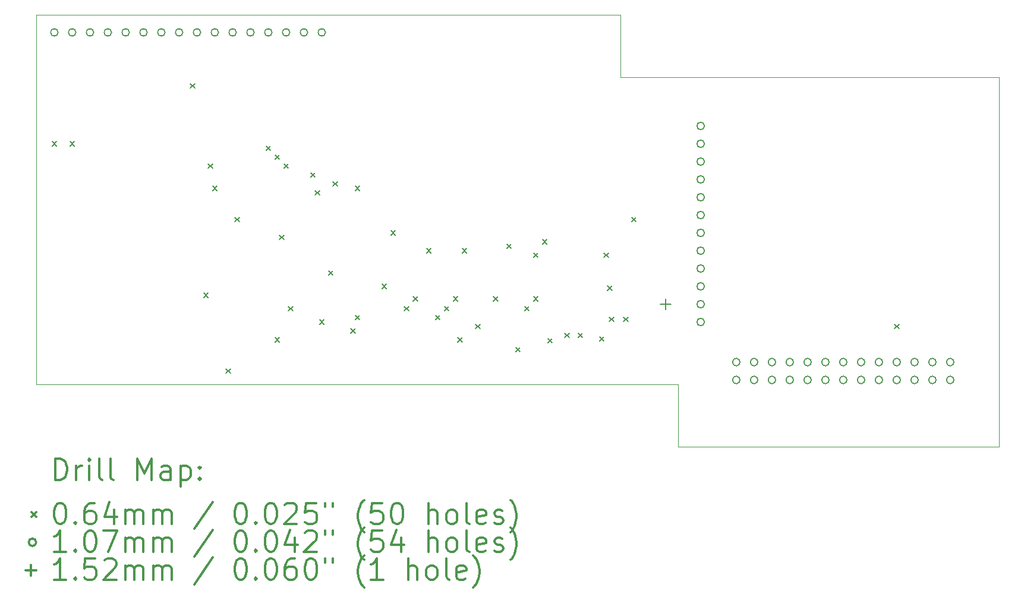
<source format=gbr>
%FSLAX45Y45*%
G04 Gerber Fmt 4.5, Leading zero omitted, Abs format (unit mm)*
G04 Created by KiCad (PCBNEW 4.0.5-e0-6337~49~ubuntu14.04.1) date Fri Dec 30 14:23:28 2016*
%MOMM*%
%LPD*%
G01*
G04 APERTURE LIST*
%ADD10C,0.127000*%
%ADD11C,0.100000*%
%ADD12C,0.200000*%
%ADD13C,0.300000*%
G04 APERTURE END LIST*
D10*
D11*
X15938500Y-7493000D02*
X7620000Y-7493000D01*
X15938500Y-8382000D02*
X15938500Y-7493000D01*
X21336000Y-8382000D02*
X15938500Y-8382000D01*
X21336000Y-13652500D02*
X21336000Y-8382000D01*
X16764000Y-13652500D02*
X21336000Y-13652500D01*
X16764000Y-12763500D02*
X16764000Y-13652500D01*
X7620000Y-12763500D02*
X16764000Y-12763500D01*
X7620000Y-7493000D02*
X7620000Y-12763500D01*
D12*
X7842250Y-9302750D02*
X7905750Y-9366250D01*
X7905750Y-9302750D02*
X7842250Y-9366250D01*
X8096250Y-9302750D02*
X8159750Y-9366250D01*
X8159750Y-9302750D02*
X8096250Y-9366250D01*
X9810750Y-8477250D02*
X9874250Y-8540750D01*
X9874250Y-8477250D02*
X9810750Y-8540750D01*
X10001250Y-11461750D02*
X10064750Y-11525250D01*
X10064750Y-11461750D02*
X10001250Y-11525250D01*
X10064750Y-9620250D02*
X10128250Y-9683750D01*
X10128250Y-9620250D02*
X10064750Y-9683750D01*
X10128250Y-9937750D02*
X10191750Y-10001250D01*
X10191750Y-9937750D02*
X10128250Y-10001250D01*
X10318750Y-12541250D02*
X10382250Y-12604750D01*
X10382250Y-12541250D02*
X10318750Y-12604750D01*
X10445750Y-10382250D02*
X10509250Y-10445750D01*
X10509250Y-10382250D02*
X10445750Y-10445750D01*
X10890250Y-9366250D02*
X10953750Y-9429750D01*
X10953750Y-9366250D02*
X10890250Y-9429750D01*
X11017250Y-9493250D02*
X11080750Y-9556750D01*
X11080750Y-9493250D02*
X11017250Y-9556750D01*
X11017250Y-12096750D02*
X11080750Y-12160250D01*
X11080750Y-12096750D02*
X11017250Y-12160250D01*
X11080750Y-10636250D02*
X11144250Y-10699750D01*
X11144250Y-10636250D02*
X11080750Y-10699750D01*
X11144250Y-9620250D02*
X11207750Y-9683750D01*
X11207750Y-9620250D02*
X11144250Y-9683750D01*
X11207750Y-11652250D02*
X11271250Y-11715750D01*
X11271250Y-11652250D02*
X11207750Y-11715750D01*
X11525250Y-9747250D02*
X11588750Y-9810750D01*
X11588750Y-9747250D02*
X11525250Y-9810750D01*
X11588750Y-10001250D02*
X11652250Y-10064750D01*
X11652250Y-10001250D02*
X11588750Y-10064750D01*
X11652250Y-11842750D02*
X11715750Y-11906250D01*
X11715750Y-11842750D02*
X11652250Y-11906250D01*
X11779250Y-11144250D02*
X11842750Y-11207750D01*
X11842750Y-11144250D02*
X11779250Y-11207750D01*
X11842750Y-9874250D02*
X11906250Y-9937750D01*
X11906250Y-9874250D02*
X11842750Y-9937750D01*
X12096750Y-11969750D02*
X12160250Y-12033250D01*
X12160250Y-11969750D02*
X12096750Y-12033250D01*
X12160250Y-9937750D02*
X12223750Y-10001250D01*
X12223750Y-9937750D02*
X12160250Y-10001250D01*
X12160250Y-11779250D02*
X12223750Y-11842750D01*
X12223750Y-11779250D02*
X12160250Y-11842750D01*
X12541250Y-11334750D02*
X12604750Y-11398250D01*
X12604750Y-11334750D02*
X12541250Y-11398250D01*
X12668250Y-10572750D02*
X12731750Y-10636250D01*
X12731750Y-10572750D02*
X12668250Y-10636250D01*
X12858750Y-11652250D02*
X12922250Y-11715750D01*
X12922250Y-11652250D02*
X12858750Y-11715750D01*
X12985750Y-11512550D02*
X13049250Y-11576050D01*
X13049250Y-11512550D02*
X12985750Y-11576050D01*
X13176250Y-10826750D02*
X13239750Y-10890250D01*
X13239750Y-10826750D02*
X13176250Y-10890250D01*
X13303250Y-11779250D02*
X13366750Y-11842750D01*
X13366750Y-11779250D02*
X13303250Y-11842750D01*
X13430250Y-11652250D02*
X13493750Y-11715750D01*
X13493750Y-11652250D02*
X13430250Y-11715750D01*
X13557250Y-11512550D02*
X13620750Y-11576050D01*
X13620750Y-11512550D02*
X13557250Y-11576050D01*
X13620750Y-12096750D02*
X13684250Y-12160250D01*
X13684250Y-12096750D02*
X13620750Y-12160250D01*
X13684250Y-10826750D02*
X13747750Y-10890250D01*
X13747750Y-10826750D02*
X13684250Y-10890250D01*
X13874750Y-11906250D02*
X13938250Y-11969750D01*
X13938250Y-11906250D02*
X13874750Y-11969750D01*
X14128750Y-11512550D02*
X14192250Y-11576050D01*
X14192250Y-11512550D02*
X14128750Y-11576050D01*
X14319250Y-10763250D02*
X14382750Y-10826750D01*
X14382750Y-10763250D02*
X14319250Y-10826750D01*
X14446250Y-12236450D02*
X14509750Y-12299950D01*
X14509750Y-12236450D02*
X14446250Y-12299950D01*
X14573250Y-11652250D02*
X14636750Y-11715750D01*
X14636750Y-11652250D02*
X14573250Y-11715750D01*
X14700250Y-10890250D02*
X14763750Y-10953750D01*
X14763750Y-10890250D02*
X14700250Y-10953750D01*
X14700250Y-11512550D02*
X14763750Y-11576050D01*
X14763750Y-11512550D02*
X14700250Y-11576050D01*
X14827250Y-10699750D02*
X14890750Y-10763250D01*
X14890750Y-10699750D02*
X14827250Y-10763250D01*
X14903450Y-12109450D02*
X14966950Y-12172950D01*
X14966950Y-12109450D02*
X14903450Y-12172950D01*
X15144750Y-12033250D02*
X15208250Y-12096750D01*
X15208250Y-12033250D02*
X15144750Y-12096750D01*
X15335250Y-12033250D02*
X15398750Y-12096750D01*
X15398750Y-12033250D02*
X15335250Y-12096750D01*
X15640050Y-12084050D02*
X15703550Y-12147550D01*
X15703550Y-12084050D02*
X15640050Y-12147550D01*
X15703550Y-10890250D02*
X15767050Y-10953750D01*
X15767050Y-10890250D02*
X15703550Y-10953750D01*
X15754350Y-11360150D02*
X15817850Y-11423650D01*
X15817850Y-11360150D02*
X15754350Y-11423650D01*
X15779750Y-11804650D02*
X15843250Y-11868150D01*
X15843250Y-11804650D02*
X15779750Y-11868150D01*
X15982950Y-11804650D02*
X16046450Y-11868150D01*
X16046450Y-11804650D02*
X15982950Y-11868150D01*
X16097250Y-10382250D02*
X16160750Y-10445750D01*
X16160750Y-10382250D02*
X16097250Y-10445750D01*
X19843750Y-11906250D02*
X19907250Y-11969750D01*
X19907250Y-11906250D02*
X19843750Y-11969750D01*
X7927340Y-7747000D02*
G75*
G03X7927340Y-7747000I-53340J0D01*
G01*
X8181340Y-7747000D02*
G75*
G03X8181340Y-7747000I-53340J0D01*
G01*
X8435340Y-7747000D02*
G75*
G03X8435340Y-7747000I-53340J0D01*
G01*
X8689340Y-7747000D02*
G75*
G03X8689340Y-7747000I-53340J0D01*
G01*
X8943340Y-7747000D02*
G75*
G03X8943340Y-7747000I-53340J0D01*
G01*
X9197340Y-7747000D02*
G75*
G03X9197340Y-7747000I-53340J0D01*
G01*
X9451340Y-7747000D02*
G75*
G03X9451340Y-7747000I-53340J0D01*
G01*
X9705340Y-7747000D02*
G75*
G03X9705340Y-7747000I-53340J0D01*
G01*
X9959340Y-7747000D02*
G75*
G03X9959340Y-7747000I-53340J0D01*
G01*
X10213340Y-7747000D02*
G75*
G03X10213340Y-7747000I-53340J0D01*
G01*
X10467340Y-7747000D02*
G75*
G03X10467340Y-7747000I-53340J0D01*
G01*
X10721340Y-7747000D02*
G75*
G03X10721340Y-7747000I-53340J0D01*
G01*
X10975340Y-7747000D02*
G75*
G03X10975340Y-7747000I-53340J0D01*
G01*
X11229340Y-7747000D02*
G75*
G03X11229340Y-7747000I-53340J0D01*
G01*
X11483340Y-7747000D02*
G75*
G03X11483340Y-7747000I-53340J0D01*
G01*
X11737340Y-7747000D02*
G75*
G03X11737340Y-7747000I-53340J0D01*
G01*
X17134840Y-9080500D02*
G75*
G03X17134840Y-9080500I-53340J0D01*
G01*
X17134840Y-9334500D02*
G75*
G03X17134840Y-9334500I-53340J0D01*
G01*
X17134840Y-9588500D02*
G75*
G03X17134840Y-9588500I-53340J0D01*
G01*
X17134840Y-9842500D02*
G75*
G03X17134840Y-9842500I-53340J0D01*
G01*
X17134840Y-10096500D02*
G75*
G03X17134840Y-10096500I-53340J0D01*
G01*
X17134840Y-10350500D02*
G75*
G03X17134840Y-10350500I-53340J0D01*
G01*
X17134840Y-10604500D02*
G75*
G03X17134840Y-10604500I-53340J0D01*
G01*
X17134840Y-10858500D02*
G75*
G03X17134840Y-10858500I-53340J0D01*
G01*
X17134840Y-11112500D02*
G75*
G03X17134840Y-11112500I-53340J0D01*
G01*
X17134840Y-11366500D02*
G75*
G03X17134840Y-11366500I-53340J0D01*
G01*
X17134840Y-11620500D02*
G75*
G03X17134840Y-11620500I-53340J0D01*
G01*
X17134840Y-11874500D02*
G75*
G03X17134840Y-11874500I-53340J0D01*
G01*
X17642840Y-12446000D02*
G75*
G03X17642840Y-12446000I-53340J0D01*
G01*
X17642840Y-12700000D02*
G75*
G03X17642840Y-12700000I-53340J0D01*
G01*
X17896840Y-12446000D02*
G75*
G03X17896840Y-12446000I-53340J0D01*
G01*
X17896840Y-12700000D02*
G75*
G03X17896840Y-12700000I-53340J0D01*
G01*
X18150840Y-12446000D02*
G75*
G03X18150840Y-12446000I-53340J0D01*
G01*
X18150840Y-12700000D02*
G75*
G03X18150840Y-12700000I-53340J0D01*
G01*
X18404840Y-12446000D02*
G75*
G03X18404840Y-12446000I-53340J0D01*
G01*
X18404840Y-12700000D02*
G75*
G03X18404840Y-12700000I-53340J0D01*
G01*
X18658840Y-12446000D02*
G75*
G03X18658840Y-12446000I-53340J0D01*
G01*
X18658840Y-12700000D02*
G75*
G03X18658840Y-12700000I-53340J0D01*
G01*
X18912840Y-12446000D02*
G75*
G03X18912840Y-12446000I-53340J0D01*
G01*
X18912840Y-12700000D02*
G75*
G03X18912840Y-12700000I-53340J0D01*
G01*
X19166840Y-12446000D02*
G75*
G03X19166840Y-12446000I-53340J0D01*
G01*
X19166840Y-12700000D02*
G75*
G03X19166840Y-12700000I-53340J0D01*
G01*
X19420840Y-12446000D02*
G75*
G03X19420840Y-12446000I-53340J0D01*
G01*
X19420840Y-12700000D02*
G75*
G03X19420840Y-12700000I-53340J0D01*
G01*
X19674840Y-12446000D02*
G75*
G03X19674840Y-12446000I-53340J0D01*
G01*
X19674840Y-12700000D02*
G75*
G03X19674840Y-12700000I-53340J0D01*
G01*
X19928840Y-12446000D02*
G75*
G03X19928840Y-12446000I-53340J0D01*
G01*
X19928840Y-12700000D02*
G75*
G03X19928840Y-12700000I-53340J0D01*
G01*
X20182840Y-12446000D02*
G75*
G03X20182840Y-12446000I-53340J0D01*
G01*
X20182840Y-12700000D02*
G75*
G03X20182840Y-12700000I-53340J0D01*
G01*
X20436840Y-12446000D02*
G75*
G03X20436840Y-12446000I-53340J0D01*
G01*
X20436840Y-12700000D02*
G75*
G03X20436840Y-12700000I-53340J0D01*
G01*
X20690840Y-12446000D02*
G75*
G03X20690840Y-12446000I-53340J0D01*
G01*
X20690840Y-12700000D02*
G75*
G03X20690840Y-12700000I-53340J0D01*
G01*
X16586200Y-11544300D02*
X16586200Y-11696700D01*
X16510000Y-11620500D02*
X16662400Y-11620500D01*
D13*
X7886428Y-14123214D02*
X7886428Y-13823214D01*
X7957857Y-13823214D01*
X8000714Y-13837500D01*
X8029286Y-13866071D01*
X8043571Y-13894643D01*
X8057857Y-13951786D01*
X8057857Y-13994643D01*
X8043571Y-14051786D01*
X8029286Y-14080357D01*
X8000714Y-14108929D01*
X7957857Y-14123214D01*
X7886428Y-14123214D01*
X8186428Y-14123214D02*
X8186428Y-13923214D01*
X8186428Y-13980357D02*
X8200714Y-13951786D01*
X8215000Y-13937500D01*
X8243571Y-13923214D01*
X8272143Y-13923214D01*
X8372143Y-14123214D02*
X8372143Y-13923214D01*
X8372143Y-13823214D02*
X8357857Y-13837500D01*
X8372143Y-13851786D01*
X8386428Y-13837500D01*
X8372143Y-13823214D01*
X8372143Y-13851786D01*
X8557857Y-14123214D02*
X8529286Y-14108929D01*
X8515000Y-14080357D01*
X8515000Y-13823214D01*
X8715000Y-14123214D02*
X8686429Y-14108929D01*
X8672143Y-14080357D01*
X8672143Y-13823214D01*
X9057857Y-14123214D02*
X9057857Y-13823214D01*
X9157857Y-14037500D01*
X9257857Y-13823214D01*
X9257857Y-14123214D01*
X9529286Y-14123214D02*
X9529286Y-13966071D01*
X9515000Y-13937500D01*
X9486429Y-13923214D01*
X9429286Y-13923214D01*
X9400714Y-13937500D01*
X9529286Y-14108929D02*
X9500714Y-14123214D01*
X9429286Y-14123214D01*
X9400714Y-14108929D01*
X9386429Y-14080357D01*
X9386429Y-14051786D01*
X9400714Y-14023214D01*
X9429286Y-14008929D01*
X9500714Y-14008929D01*
X9529286Y-13994643D01*
X9672143Y-13923214D02*
X9672143Y-14223214D01*
X9672143Y-13937500D02*
X9700714Y-13923214D01*
X9757857Y-13923214D01*
X9786429Y-13937500D01*
X9800714Y-13951786D01*
X9815000Y-13980357D01*
X9815000Y-14066071D01*
X9800714Y-14094643D01*
X9786429Y-14108929D01*
X9757857Y-14123214D01*
X9700714Y-14123214D01*
X9672143Y-14108929D01*
X9943571Y-14094643D02*
X9957857Y-14108929D01*
X9943571Y-14123214D01*
X9929286Y-14108929D01*
X9943571Y-14094643D01*
X9943571Y-14123214D01*
X9943571Y-13937500D02*
X9957857Y-13951786D01*
X9943571Y-13966071D01*
X9929286Y-13951786D01*
X9943571Y-13937500D01*
X9943571Y-13966071D01*
X7551500Y-14585750D02*
X7615000Y-14649250D01*
X7615000Y-14585750D02*
X7551500Y-14649250D01*
X7943571Y-14453214D02*
X7972143Y-14453214D01*
X8000714Y-14467500D01*
X8015000Y-14481786D01*
X8029286Y-14510357D01*
X8043571Y-14567500D01*
X8043571Y-14638929D01*
X8029286Y-14696071D01*
X8015000Y-14724643D01*
X8000714Y-14738929D01*
X7972143Y-14753214D01*
X7943571Y-14753214D01*
X7915000Y-14738929D01*
X7900714Y-14724643D01*
X7886428Y-14696071D01*
X7872143Y-14638929D01*
X7872143Y-14567500D01*
X7886428Y-14510357D01*
X7900714Y-14481786D01*
X7915000Y-14467500D01*
X7943571Y-14453214D01*
X8172143Y-14724643D02*
X8186428Y-14738929D01*
X8172143Y-14753214D01*
X8157857Y-14738929D01*
X8172143Y-14724643D01*
X8172143Y-14753214D01*
X8443571Y-14453214D02*
X8386428Y-14453214D01*
X8357857Y-14467500D01*
X8343571Y-14481786D01*
X8315000Y-14524643D01*
X8300714Y-14581786D01*
X8300714Y-14696071D01*
X8315000Y-14724643D01*
X8329286Y-14738929D01*
X8357857Y-14753214D01*
X8415000Y-14753214D01*
X8443571Y-14738929D01*
X8457857Y-14724643D01*
X8472143Y-14696071D01*
X8472143Y-14624643D01*
X8457857Y-14596071D01*
X8443571Y-14581786D01*
X8415000Y-14567500D01*
X8357857Y-14567500D01*
X8329286Y-14581786D01*
X8315000Y-14596071D01*
X8300714Y-14624643D01*
X8729286Y-14553214D02*
X8729286Y-14753214D01*
X8657857Y-14438929D02*
X8586429Y-14653214D01*
X8772143Y-14653214D01*
X8886429Y-14753214D02*
X8886429Y-14553214D01*
X8886429Y-14581786D02*
X8900714Y-14567500D01*
X8929286Y-14553214D01*
X8972143Y-14553214D01*
X9000714Y-14567500D01*
X9015000Y-14596071D01*
X9015000Y-14753214D01*
X9015000Y-14596071D02*
X9029286Y-14567500D01*
X9057857Y-14553214D01*
X9100714Y-14553214D01*
X9129286Y-14567500D01*
X9143571Y-14596071D01*
X9143571Y-14753214D01*
X9286429Y-14753214D02*
X9286429Y-14553214D01*
X9286429Y-14581786D02*
X9300714Y-14567500D01*
X9329286Y-14553214D01*
X9372143Y-14553214D01*
X9400714Y-14567500D01*
X9415000Y-14596071D01*
X9415000Y-14753214D01*
X9415000Y-14596071D02*
X9429286Y-14567500D01*
X9457857Y-14553214D01*
X9500714Y-14553214D01*
X9529286Y-14567500D01*
X9543571Y-14596071D01*
X9543571Y-14753214D01*
X10129286Y-14438929D02*
X9872143Y-14824643D01*
X10515000Y-14453214D02*
X10543571Y-14453214D01*
X10572143Y-14467500D01*
X10586428Y-14481786D01*
X10600714Y-14510357D01*
X10615000Y-14567500D01*
X10615000Y-14638929D01*
X10600714Y-14696071D01*
X10586428Y-14724643D01*
X10572143Y-14738929D01*
X10543571Y-14753214D01*
X10515000Y-14753214D01*
X10486428Y-14738929D01*
X10472143Y-14724643D01*
X10457857Y-14696071D01*
X10443571Y-14638929D01*
X10443571Y-14567500D01*
X10457857Y-14510357D01*
X10472143Y-14481786D01*
X10486428Y-14467500D01*
X10515000Y-14453214D01*
X10743571Y-14724643D02*
X10757857Y-14738929D01*
X10743571Y-14753214D01*
X10729286Y-14738929D01*
X10743571Y-14724643D01*
X10743571Y-14753214D01*
X10943571Y-14453214D02*
X10972143Y-14453214D01*
X11000714Y-14467500D01*
X11015000Y-14481786D01*
X11029286Y-14510357D01*
X11043571Y-14567500D01*
X11043571Y-14638929D01*
X11029286Y-14696071D01*
X11015000Y-14724643D01*
X11000714Y-14738929D01*
X10972143Y-14753214D01*
X10943571Y-14753214D01*
X10915000Y-14738929D01*
X10900714Y-14724643D01*
X10886428Y-14696071D01*
X10872143Y-14638929D01*
X10872143Y-14567500D01*
X10886428Y-14510357D01*
X10900714Y-14481786D01*
X10915000Y-14467500D01*
X10943571Y-14453214D01*
X11157857Y-14481786D02*
X11172143Y-14467500D01*
X11200714Y-14453214D01*
X11272143Y-14453214D01*
X11300714Y-14467500D01*
X11315000Y-14481786D01*
X11329285Y-14510357D01*
X11329285Y-14538929D01*
X11315000Y-14581786D01*
X11143571Y-14753214D01*
X11329285Y-14753214D01*
X11600714Y-14453214D02*
X11457857Y-14453214D01*
X11443571Y-14596071D01*
X11457857Y-14581786D01*
X11486428Y-14567500D01*
X11557857Y-14567500D01*
X11586428Y-14581786D01*
X11600714Y-14596071D01*
X11615000Y-14624643D01*
X11615000Y-14696071D01*
X11600714Y-14724643D01*
X11586428Y-14738929D01*
X11557857Y-14753214D01*
X11486428Y-14753214D01*
X11457857Y-14738929D01*
X11443571Y-14724643D01*
X11729286Y-14453214D02*
X11729286Y-14510357D01*
X11843571Y-14453214D02*
X11843571Y-14510357D01*
X12286428Y-14867500D02*
X12272143Y-14853214D01*
X12243571Y-14810357D01*
X12229285Y-14781786D01*
X12215000Y-14738929D01*
X12200714Y-14667500D01*
X12200714Y-14610357D01*
X12215000Y-14538929D01*
X12229285Y-14496071D01*
X12243571Y-14467500D01*
X12272143Y-14424643D01*
X12286428Y-14410357D01*
X12543571Y-14453214D02*
X12400714Y-14453214D01*
X12386428Y-14596071D01*
X12400714Y-14581786D01*
X12429285Y-14567500D01*
X12500714Y-14567500D01*
X12529285Y-14581786D01*
X12543571Y-14596071D01*
X12557857Y-14624643D01*
X12557857Y-14696071D01*
X12543571Y-14724643D01*
X12529285Y-14738929D01*
X12500714Y-14753214D01*
X12429285Y-14753214D01*
X12400714Y-14738929D01*
X12386428Y-14724643D01*
X12743571Y-14453214D02*
X12772143Y-14453214D01*
X12800714Y-14467500D01*
X12815000Y-14481786D01*
X12829285Y-14510357D01*
X12843571Y-14567500D01*
X12843571Y-14638929D01*
X12829285Y-14696071D01*
X12815000Y-14724643D01*
X12800714Y-14738929D01*
X12772143Y-14753214D01*
X12743571Y-14753214D01*
X12715000Y-14738929D01*
X12700714Y-14724643D01*
X12686428Y-14696071D01*
X12672143Y-14638929D01*
X12672143Y-14567500D01*
X12686428Y-14510357D01*
X12700714Y-14481786D01*
X12715000Y-14467500D01*
X12743571Y-14453214D01*
X13200714Y-14753214D02*
X13200714Y-14453214D01*
X13329285Y-14753214D02*
X13329285Y-14596071D01*
X13315000Y-14567500D01*
X13286428Y-14553214D01*
X13243571Y-14553214D01*
X13215000Y-14567500D01*
X13200714Y-14581786D01*
X13515000Y-14753214D02*
X13486428Y-14738929D01*
X13472143Y-14724643D01*
X13457857Y-14696071D01*
X13457857Y-14610357D01*
X13472143Y-14581786D01*
X13486428Y-14567500D01*
X13515000Y-14553214D01*
X13557857Y-14553214D01*
X13586428Y-14567500D01*
X13600714Y-14581786D01*
X13615000Y-14610357D01*
X13615000Y-14696071D01*
X13600714Y-14724643D01*
X13586428Y-14738929D01*
X13557857Y-14753214D01*
X13515000Y-14753214D01*
X13786428Y-14753214D02*
X13757857Y-14738929D01*
X13743571Y-14710357D01*
X13743571Y-14453214D01*
X14015000Y-14738929D02*
X13986428Y-14753214D01*
X13929286Y-14753214D01*
X13900714Y-14738929D01*
X13886428Y-14710357D01*
X13886428Y-14596071D01*
X13900714Y-14567500D01*
X13929286Y-14553214D01*
X13986428Y-14553214D01*
X14015000Y-14567500D01*
X14029286Y-14596071D01*
X14029286Y-14624643D01*
X13886428Y-14653214D01*
X14143571Y-14738929D02*
X14172143Y-14753214D01*
X14229286Y-14753214D01*
X14257857Y-14738929D01*
X14272143Y-14710357D01*
X14272143Y-14696071D01*
X14257857Y-14667500D01*
X14229286Y-14653214D01*
X14186428Y-14653214D01*
X14157857Y-14638929D01*
X14143571Y-14610357D01*
X14143571Y-14596071D01*
X14157857Y-14567500D01*
X14186428Y-14553214D01*
X14229286Y-14553214D01*
X14257857Y-14567500D01*
X14372143Y-14867500D02*
X14386428Y-14853214D01*
X14415000Y-14810357D01*
X14429286Y-14781786D01*
X14443571Y-14738929D01*
X14457857Y-14667500D01*
X14457857Y-14610357D01*
X14443571Y-14538929D01*
X14429286Y-14496071D01*
X14415000Y-14467500D01*
X14386428Y-14424643D01*
X14372143Y-14410357D01*
X7615000Y-15013500D02*
G75*
G03X7615000Y-15013500I-53340J0D01*
G01*
X8043571Y-15149214D02*
X7872143Y-15149214D01*
X7957857Y-15149214D02*
X7957857Y-14849214D01*
X7929286Y-14892071D01*
X7900714Y-14920643D01*
X7872143Y-14934929D01*
X8172143Y-15120643D02*
X8186428Y-15134929D01*
X8172143Y-15149214D01*
X8157857Y-15134929D01*
X8172143Y-15120643D01*
X8172143Y-15149214D01*
X8372143Y-14849214D02*
X8400714Y-14849214D01*
X8429286Y-14863500D01*
X8443571Y-14877786D01*
X8457857Y-14906357D01*
X8472143Y-14963500D01*
X8472143Y-15034929D01*
X8457857Y-15092071D01*
X8443571Y-15120643D01*
X8429286Y-15134929D01*
X8400714Y-15149214D01*
X8372143Y-15149214D01*
X8343571Y-15134929D01*
X8329286Y-15120643D01*
X8315000Y-15092071D01*
X8300714Y-15034929D01*
X8300714Y-14963500D01*
X8315000Y-14906357D01*
X8329286Y-14877786D01*
X8343571Y-14863500D01*
X8372143Y-14849214D01*
X8572143Y-14849214D02*
X8772143Y-14849214D01*
X8643571Y-15149214D01*
X8886429Y-15149214D02*
X8886429Y-14949214D01*
X8886429Y-14977786D02*
X8900714Y-14963500D01*
X8929286Y-14949214D01*
X8972143Y-14949214D01*
X9000714Y-14963500D01*
X9015000Y-14992071D01*
X9015000Y-15149214D01*
X9015000Y-14992071D02*
X9029286Y-14963500D01*
X9057857Y-14949214D01*
X9100714Y-14949214D01*
X9129286Y-14963500D01*
X9143571Y-14992071D01*
X9143571Y-15149214D01*
X9286429Y-15149214D02*
X9286429Y-14949214D01*
X9286429Y-14977786D02*
X9300714Y-14963500D01*
X9329286Y-14949214D01*
X9372143Y-14949214D01*
X9400714Y-14963500D01*
X9415000Y-14992071D01*
X9415000Y-15149214D01*
X9415000Y-14992071D02*
X9429286Y-14963500D01*
X9457857Y-14949214D01*
X9500714Y-14949214D01*
X9529286Y-14963500D01*
X9543571Y-14992071D01*
X9543571Y-15149214D01*
X10129286Y-14834929D02*
X9872143Y-15220643D01*
X10515000Y-14849214D02*
X10543571Y-14849214D01*
X10572143Y-14863500D01*
X10586428Y-14877786D01*
X10600714Y-14906357D01*
X10615000Y-14963500D01*
X10615000Y-15034929D01*
X10600714Y-15092071D01*
X10586428Y-15120643D01*
X10572143Y-15134929D01*
X10543571Y-15149214D01*
X10515000Y-15149214D01*
X10486428Y-15134929D01*
X10472143Y-15120643D01*
X10457857Y-15092071D01*
X10443571Y-15034929D01*
X10443571Y-14963500D01*
X10457857Y-14906357D01*
X10472143Y-14877786D01*
X10486428Y-14863500D01*
X10515000Y-14849214D01*
X10743571Y-15120643D02*
X10757857Y-15134929D01*
X10743571Y-15149214D01*
X10729286Y-15134929D01*
X10743571Y-15120643D01*
X10743571Y-15149214D01*
X10943571Y-14849214D02*
X10972143Y-14849214D01*
X11000714Y-14863500D01*
X11015000Y-14877786D01*
X11029286Y-14906357D01*
X11043571Y-14963500D01*
X11043571Y-15034929D01*
X11029286Y-15092071D01*
X11015000Y-15120643D01*
X11000714Y-15134929D01*
X10972143Y-15149214D01*
X10943571Y-15149214D01*
X10915000Y-15134929D01*
X10900714Y-15120643D01*
X10886428Y-15092071D01*
X10872143Y-15034929D01*
X10872143Y-14963500D01*
X10886428Y-14906357D01*
X10900714Y-14877786D01*
X10915000Y-14863500D01*
X10943571Y-14849214D01*
X11300714Y-14949214D02*
X11300714Y-15149214D01*
X11229285Y-14834929D02*
X11157857Y-15049214D01*
X11343571Y-15049214D01*
X11443571Y-14877786D02*
X11457857Y-14863500D01*
X11486428Y-14849214D01*
X11557857Y-14849214D01*
X11586428Y-14863500D01*
X11600714Y-14877786D01*
X11615000Y-14906357D01*
X11615000Y-14934929D01*
X11600714Y-14977786D01*
X11429285Y-15149214D01*
X11615000Y-15149214D01*
X11729286Y-14849214D02*
X11729286Y-14906357D01*
X11843571Y-14849214D02*
X11843571Y-14906357D01*
X12286428Y-15263500D02*
X12272143Y-15249214D01*
X12243571Y-15206357D01*
X12229285Y-15177786D01*
X12215000Y-15134929D01*
X12200714Y-15063500D01*
X12200714Y-15006357D01*
X12215000Y-14934929D01*
X12229285Y-14892071D01*
X12243571Y-14863500D01*
X12272143Y-14820643D01*
X12286428Y-14806357D01*
X12543571Y-14849214D02*
X12400714Y-14849214D01*
X12386428Y-14992071D01*
X12400714Y-14977786D01*
X12429285Y-14963500D01*
X12500714Y-14963500D01*
X12529285Y-14977786D01*
X12543571Y-14992071D01*
X12557857Y-15020643D01*
X12557857Y-15092071D01*
X12543571Y-15120643D01*
X12529285Y-15134929D01*
X12500714Y-15149214D01*
X12429285Y-15149214D01*
X12400714Y-15134929D01*
X12386428Y-15120643D01*
X12815000Y-14949214D02*
X12815000Y-15149214D01*
X12743571Y-14834929D02*
X12672143Y-15049214D01*
X12857857Y-15049214D01*
X13200714Y-15149214D02*
X13200714Y-14849214D01*
X13329285Y-15149214D02*
X13329285Y-14992071D01*
X13315000Y-14963500D01*
X13286428Y-14949214D01*
X13243571Y-14949214D01*
X13215000Y-14963500D01*
X13200714Y-14977786D01*
X13515000Y-15149214D02*
X13486428Y-15134929D01*
X13472143Y-15120643D01*
X13457857Y-15092071D01*
X13457857Y-15006357D01*
X13472143Y-14977786D01*
X13486428Y-14963500D01*
X13515000Y-14949214D01*
X13557857Y-14949214D01*
X13586428Y-14963500D01*
X13600714Y-14977786D01*
X13615000Y-15006357D01*
X13615000Y-15092071D01*
X13600714Y-15120643D01*
X13586428Y-15134929D01*
X13557857Y-15149214D01*
X13515000Y-15149214D01*
X13786428Y-15149214D02*
X13757857Y-15134929D01*
X13743571Y-15106357D01*
X13743571Y-14849214D01*
X14015000Y-15134929D02*
X13986428Y-15149214D01*
X13929286Y-15149214D01*
X13900714Y-15134929D01*
X13886428Y-15106357D01*
X13886428Y-14992071D01*
X13900714Y-14963500D01*
X13929286Y-14949214D01*
X13986428Y-14949214D01*
X14015000Y-14963500D01*
X14029286Y-14992071D01*
X14029286Y-15020643D01*
X13886428Y-15049214D01*
X14143571Y-15134929D02*
X14172143Y-15149214D01*
X14229286Y-15149214D01*
X14257857Y-15134929D01*
X14272143Y-15106357D01*
X14272143Y-15092071D01*
X14257857Y-15063500D01*
X14229286Y-15049214D01*
X14186428Y-15049214D01*
X14157857Y-15034929D01*
X14143571Y-15006357D01*
X14143571Y-14992071D01*
X14157857Y-14963500D01*
X14186428Y-14949214D01*
X14229286Y-14949214D01*
X14257857Y-14963500D01*
X14372143Y-15263500D02*
X14386428Y-15249214D01*
X14415000Y-15206357D01*
X14429286Y-15177786D01*
X14443571Y-15134929D01*
X14457857Y-15063500D01*
X14457857Y-15006357D01*
X14443571Y-14934929D01*
X14429286Y-14892071D01*
X14415000Y-14863500D01*
X14386428Y-14820643D01*
X14372143Y-14806357D01*
X7538800Y-15333300D02*
X7538800Y-15485700D01*
X7462600Y-15409500D02*
X7615000Y-15409500D01*
X8043571Y-15545214D02*
X7872143Y-15545214D01*
X7957857Y-15545214D02*
X7957857Y-15245214D01*
X7929286Y-15288071D01*
X7900714Y-15316643D01*
X7872143Y-15330929D01*
X8172143Y-15516643D02*
X8186428Y-15530929D01*
X8172143Y-15545214D01*
X8157857Y-15530929D01*
X8172143Y-15516643D01*
X8172143Y-15545214D01*
X8457857Y-15245214D02*
X8315000Y-15245214D01*
X8300714Y-15388071D01*
X8315000Y-15373786D01*
X8343571Y-15359500D01*
X8415000Y-15359500D01*
X8443571Y-15373786D01*
X8457857Y-15388071D01*
X8472143Y-15416643D01*
X8472143Y-15488071D01*
X8457857Y-15516643D01*
X8443571Y-15530929D01*
X8415000Y-15545214D01*
X8343571Y-15545214D01*
X8315000Y-15530929D01*
X8300714Y-15516643D01*
X8586429Y-15273786D02*
X8600714Y-15259500D01*
X8629286Y-15245214D01*
X8700714Y-15245214D01*
X8729286Y-15259500D01*
X8743571Y-15273786D01*
X8757857Y-15302357D01*
X8757857Y-15330929D01*
X8743571Y-15373786D01*
X8572143Y-15545214D01*
X8757857Y-15545214D01*
X8886429Y-15545214D02*
X8886429Y-15345214D01*
X8886429Y-15373786D02*
X8900714Y-15359500D01*
X8929286Y-15345214D01*
X8972143Y-15345214D01*
X9000714Y-15359500D01*
X9015000Y-15388071D01*
X9015000Y-15545214D01*
X9015000Y-15388071D02*
X9029286Y-15359500D01*
X9057857Y-15345214D01*
X9100714Y-15345214D01*
X9129286Y-15359500D01*
X9143571Y-15388071D01*
X9143571Y-15545214D01*
X9286429Y-15545214D02*
X9286429Y-15345214D01*
X9286429Y-15373786D02*
X9300714Y-15359500D01*
X9329286Y-15345214D01*
X9372143Y-15345214D01*
X9400714Y-15359500D01*
X9415000Y-15388071D01*
X9415000Y-15545214D01*
X9415000Y-15388071D02*
X9429286Y-15359500D01*
X9457857Y-15345214D01*
X9500714Y-15345214D01*
X9529286Y-15359500D01*
X9543571Y-15388071D01*
X9543571Y-15545214D01*
X10129286Y-15230929D02*
X9872143Y-15616643D01*
X10515000Y-15245214D02*
X10543571Y-15245214D01*
X10572143Y-15259500D01*
X10586428Y-15273786D01*
X10600714Y-15302357D01*
X10615000Y-15359500D01*
X10615000Y-15430929D01*
X10600714Y-15488071D01*
X10586428Y-15516643D01*
X10572143Y-15530929D01*
X10543571Y-15545214D01*
X10515000Y-15545214D01*
X10486428Y-15530929D01*
X10472143Y-15516643D01*
X10457857Y-15488071D01*
X10443571Y-15430929D01*
X10443571Y-15359500D01*
X10457857Y-15302357D01*
X10472143Y-15273786D01*
X10486428Y-15259500D01*
X10515000Y-15245214D01*
X10743571Y-15516643D02*
X10757857Y-15530929D01*
X10743571Y-15545214D01*
X10729286Y-15530929D01*
X10743571Y-15516643D01*
X10743571Y-15545214D01*
X10943571Y-15245214D02*
X10972143Y-15245214D01*
X11000714Y-15259500D01*
X11015000Y-15273786D01*
X11029286Y-15302357D01*
X11043571Y-15359500D01*
X11043571Y-15430929D01*
X11029286Y-15488071D01*
X11015000Y-15516643D01*
X11000714Y-15530929D01*
X10972143Y-15545214D01*
X10943571Y-15545214D01*
X10915000Y-15530929D01*
X10900714Y-15516643D01*
X10886428Y-15488071D01*
X10872143Y-15430929D01*
X10872143Y-15359500D01*
X10886428Y-15302357D01*
X10900714Y-15273786D01*
X10915000Y-15259500D01*
X10943571Y-15245214D01*
X11300714Y-15245214D02*
X11243571Y-15245214D01*
X11215000Y-15259500D01*
X11200714Y-15273786D01*
X11172143Y-15316643D01*
X11157857Y-15373786D01*
X11157857Y-15488071D01*
X11172143Y-15516643D01*
X11186428Y-15530929D01*
X11215000Y-15545214D01*
X11272143Y-15545214D01*
X11300714Y-15530929D01*
X11315000Y-15516643D01*
X11329285Y-15488071D01*
X11329285Y-15416643D01*
X11315000Y-15388071D01*
X11300714Y-15373786D01*
X11272143Y-15359500D01*
X11215000Y-15359500D01*
X11186428Y-15373786D01*
X11172143Y-15388071D01*
X11157857Y-15416643D01*
X11515000Y-15245214D02*
X11543571Y-15245214D01*
X11572143Y-15259500D01*
X11586428Y-15273786D01*
X11600714Y-15302357D01*
X11615000Y-15359500D01*
X11615000Y-15430929D01*
X11600714Y-15488071D01*
X11586428Y-15516643D01*
X11572143Y-15530929D01*
X11543571Y-15545214D01*
X11515000Y-15545214D01*
X11486428Y-15530929D01*
X11472143Y-15516643D01*
X11457857Y-15488071D01*
X11443571Y-15430929D01*
X11443571Y-15359500D01*
X11457857Y-15302357D01*
X11472143Y-15273786D01*
X11486428Y-15259500D01*
X11515000Y-15245214D01*
X11729286Y-15245214D02*
X11729286Y-15302357D01*
X11843571Y-15245214D02*
X11843571Y-15302357D01*
X12286428Y-15659500D02*
X12272143Y-15645214D01*
X12243571Y-15602357D01*
X12229285Y-15573786D01*
X12215000Y-15530929D01*
X12200714Y-15459500D01*
X12200714Y-15402357D01*
X12215000Y-15330929D01*
X12229285Y-15288071D01*
X12243571Y-15259500D01*
X12272143Y-15216643D01*
X12286428Y-15202357D01*
X12557857Y-15545214D02*
X12386428Y-15545214D01*
X12472143Y-15545214D02*
X12472143Y-15245214D01*
X12443571Y-15288071D01*
X12415000Y-15316643D01*
X12386428Y-15330929D01*
X12915000Y-15545214D02*
X12915000Y-15245214D01*
X13043571Y-15545214D02*
X13043571Y-15388071D01*
X13029285Y-15359500D01*
X13000714Y-15345214D01*
X12957857Y-15345214D01*
X12929285Y-15359500D01*
X12915000Y-15373786D01*
X13229285Y-15545214D02*
X13200714Y-15530929D01*
X13186428Y-15516643D01*
X13172143Y-15488071D01*
X13172143Y-15402357D01*
X13186428Y-15373786D01*
X13200714Y-15359500D01*
X13229285Y-15345214D01*
X13272143Y-15345214D01*
X13300714Y-15359500D01*
X13315000Y-15373786D01*
X13329285Y-15402357D01*
X13329285Y-15488071D01*
X13315000Y-15516643D01*
X13300714Y-15530929D01*
X13272143Y-15545214D01*
X13229285Y-15545214D01*
X13500714Y-15545214D02*
X13472143Y-15530929D01*
X13457857Y-15502357D01*
X13457857Y-15245214D01*
X13729286Y-15530929D02*
X13700714Y-15545214D01*
X13643571Y-15545214D01*
X13615000Y-15530929D01*
X13600714Y-15502357D01*
X13600714Y-15388071D01*
X13615000Y-15359500D01*
X13643571Y-15345214D01*
X13700714Y-15345214D01*
X13729286Y-15359500D01*
X13743571Y-15388071D01*
X13743571Y-15416643D01*
X13600714Y-15445214D01*
X13843571Y-15659500D02*
X13857857Y-15645214D01*
X13886428Y-15602357D01*
X13900714Y-15573786D01*
X13915000Y-15530929D01*
X13929286Y-15459500D01*
X13929286Y-15402357D01*
X13915000Y-15330929D01*
X13900714Y-15288071D01*
X13886428Y-15259500D01*
X13857857Y-15216643D01*
X13843571Y-15202357D01*
M02*

</source>
